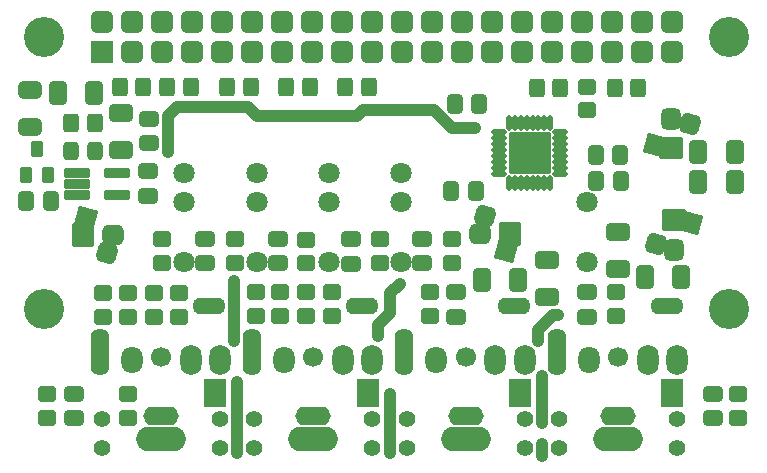
<source format=gbs>
%TF.GenerationSoftware,KiCad,Pcbnew,7.0.9-7.0.9~ubuntu22.04.1*%
%TF.CreationDate,2023-12-11T10:38:12-03:00*%
%TF.ProjectId,WM_RB-HAT,574d5f52-422d-4484-9154-2e6b69636164,rev?*%
%TF.SameCoordinates,Original*%
%TF.FileFunction,Soldermask,Bot*%
%TF.FilePolarity,Negative*%
%FSLAX46Y46*%
G04 Gerber Fmt 4.6, Leading zero omitted, Abs format (unit mm)*
G04 Created by KiCad (PCBNEW 7.0.9-7.0.9~ubuntu22.04.1) date 2023-12-11 10:38:12*
%MOMM*%
%LPD*%
G01*
G04 APERTURE LIST*
G04 Aperture macros list*
%AMRoundRect*
0 Rectangle with rounded corners*
0 $1 Rounding radius*
0 $2 $3 $4 $5 $6 $7 $8 $9 X,Y pos of 4 corners*
0 Add a 4 corners polygon primitive as box body*
4,1,4,$2,$3,$4,$5,$6,$7,$8,$9,$2,$3,0*
0 Add four circle primitives for the rounded corners*
1,1,$1+$1,$2,$3*
1,1,$1+$1,$4,$5*
1,1,$1+$1,$6,$7*
1,1,$1+$1,$8,$9*
0 Add four rect primitives between the rounded corners*
20,1,$1+$1,$2,$3,$4,$5,0*
20,1,$1+$1,$4,$5,$6,$7,0*
20,1,$1+$1,$6,$7,$8,$9,0*
20,1,$1+$1,$8,$9,$2,$3,0*%
%AMFreePoly0*
4,1,37,0.507011,0.223078,0.530929,0.218320,0.566975,0.203389,0.587251,0.189841,0.614841,0.162251,0.628389,0.141975,0.643320,0.105929,0.648078,0.082011,0.650000,0.062500,0.650000,-0.012500,0.630902,-0.071279,0.620711,-0.083211,0.508211,-0.195711,0.453143,-0.223769,0.437500,-0.225000,-0.487500,-0.225000,-0.507011,-0.223078,-0.530929,-0.218320,-0.566975,-0.203389,-0.587251,-0.189841,
-0.614841,-0.162251,-0.628389,-0.141975,-0.643320,-0.105929,-0.648078,-0.082011,-0.650000,-0.062500,-0.650000,0.062500,-0.648078,0.082011,-0.643320,0.105929,-0.628389,0.141975,-0.614841,0.162251,-0.587251,0.189841,-0.566975,0.203389,-0.530929,0.218320,-0.507011,0.223078,-0.487500,0.225000,0.487500,0.225000,0.507011,0.223078,0.507011,0.223078,$1*%
%AMFreePoly1*
4,1,37,0.496279,0.205902,0.508211,0.195711,0.620711,0.083211,0.648769,0.028143,0.650000,0.012500,0.650000,-0.062500,0.648078,-0.082011,0.643320,-0.105929,0.628389,-0.141975,0.614841,-0.162251,0.587251,-0.189841,0.566975,-0.203389,0.530929,-0.218320,0.507011,-0.223078,0.487500,-0.225000,-0.487500,-0.225000,-0.507011,-0.223078,-0.530929,-0.218320,-0.566975,-0.203389,-0.587251,-0.189841,
-0.614841,-0.162251,-0.628389,-0.141975,-0.643320,-0.105929,-0.648078,-0.082011,-0.650000,-0.062500,-0.650000,0.062500,-0.648078,0.082011,-0.643320,0.105929,-0.628389,0.141975,-0.614841,0.162251,-0.587251,0.189841,-0.566975,0.203389,-0.530929,0.218320,-0.507011,0.223078,-0.487500,0.225000,0.437500,0.225000,0.496279,0.205902,0.496279,0.205902,$1*%
%AMFreePoly2*
4,1,37,0.082011,0.648078,0.105929,0.643320,0.141975,0.628389,0.162251,0.614841,0.189841,0.587251,0.203389,0.566975,0.218320,0.530929,0.223078,0.507011,0.225000,0.487500,0.225000,-0.487500,0.223078,-0.507011,0.218320,-0.530929,0.203389,-0.566975,0.189841,-0.587251,0.162251,-0.614841,0.141975,-0.628389,0.105929,-0.643320,0.082011,-0.648078,0.062500,-0.650000,-0.012500,-0.650000,
-0.071279,-0.630902,-0.083211,-0.620711,-0.195711,-0.508211,-0.223769,-0.453143,-0.225000,-0.437500,-0.225000,0.487500,-0.223078,0.507011,-0.218320,0.530929,-0.203389,0.566975,-0.189841,0.587251,-0.162251,0.614841,-0.141975,0.628389,-0.105929,0.643320,-0.082011,0.648078,-0.062500,0.650000,0.062500,0.650000,0.082011,0.648078,0.082011,0.648078,$1*%
%AMFreePoly3*
4,1,37,0.082011,0.648078,0.105929,0.643320,0.141975,0.628389,0.162251,0.614841,0.189841,0.587251,0.203389,0.566975,0.218320,0.530929,0.223078,0.507011,0.225000,0.487500,0.225000,-0.437500,0.205902,-0.496279,0.195711,-0.508211,0.083211,-0.620711,0.028143,-0.648769,0.012500,-0.650000,-0.062500,-0.650000,-0.082011,-0.648078,-0.105929,-0.643320,-0.141975,-0.628389,-0.162251,-0.614841,
-0.189841,-0.587251,-0.203389,-0.566975,-0.218320,-0.530929,-0.223078,-0.507011,-0.225000,-0.487500,-0.225000,0.487500,-0.223078,0.507011,-0.218320,0.530929,-0.203389,0.566975,-0.189841,0.587251,-0.162251,0.614841,-0.141975,0.628389,-0.105929,0.643320,-0.082011,0.648078,-0.062500,0.650000,0.062500,0.650000,0.082011,0.648078,0.082011,0.648078,$1*%
%AMFreePoly4*
4,1,37,0.507011,0.223078,0.530929,0.218320,0.566975,0.203389,0.587251,0.189841,0.614841,0.162251,0.628389,0.141975,0.643320,0.105929,0.648078,0.082011,0.650000,0.062500,0.650000,-0.062500,0.648078,-0.082011,0.643320,-0.105929,0.628389,-0.141975,0.614841,-0.162251,0.587251,-0.189841,0.566975,-0.203389,0.530929,-0.218320,0.507011,-0.223078,0.487500,-0.225000,-0.487500,-0.225000,
-0.507011,-0.223078,-0.530929,-0.218320,-0.566975,-0.203389,-0.587251,-0.189841,-0.614841,-0.162251,-0.628389,-0.141975,-0.643320,-0.105929,-0.648078,-0.082011,-0.650000,-0.062500,-0.650000,0.012500,-0.630902,0.071279,-0.620711,0.083211,-0.508211,0.195711,-0.453143,0.223769,-0.437500,0.225000,0.487500,0.225000,0.507011,0.223078,0.507011,0.223078,$1*%
%AMFreePoly5*
4,1,37,0.507011,0.223078,0.530929,0.218320,0.566975,0.203389,0.587251,0.189841,0.614841,0.162251,0.628389,0.141975,0.643320,0.105929,0.648078,0.082011,0.650000,0.062500,0.650000,-0.062500,0.648078,-0.082011,0.643320,-0.105929,0.628389,-0.141975,0.614841,-0.162251,0.587251,-0.189841,0.566975,-0.203389,0.530929,-0.218320,0.507011,-0.223078,0.487500,-0.225000,-0.437500,-0.225000,
-0.496279,-0.205902,-0.508211,-0.195711,-0.620711,-0.083211,-0.648769,-0.028143,-0.650000,-0.012500,-0.650000,0.062500,-0.648078,0.082011,-0.643320,0.105929,-0.628389,0.141975,-0.614841,0.162251,-0.587251,0.189841,-0.566975,0.203389,-0.530929,0.218320,-0.507011,0.223078,-0.487500,0.225000,0.487500,0.225000,0.507011,0.223078,0.507011,0.223078,$1*%
%AMFreePoly6*
4,1,37,0.071279,0.630902,0.083211,0.620711,0.195711,0.508211,0.223769,0.453143,0.225000,0.437500,0.225000,-0.487500,0.223078,-0.507011,0.218320,-0.530929,0.203389,-0.566975,0.189841,-0.587251,0.162251,-0.614841,0.141975,-0.628389,0.105929,-0.643320,0.082011,-0.648078,0.062500,-0.650000,-0.062500,-0.650000,-0.082011,-0.648078,-0.105929,-0.643320,-0.141975,-0.628389,-0.162251,-0.614841,
-0.189841,-0.587251,-0.203389,-0.566975,-0.218320,-0.530929,-0.223078,-0.507011,-0.225000,-0.487500,-0.225000,0.487500,-0.223078,0.507011,-0.218320,0.530929,-0.203389,0.566975,-0.189841,0.587251,-0.162251,0.614841,-0.141975,0.628389,-0.105929,0.643320,-0.082011,0.648078,-0.062500,0.650000,0.012500,0.650000,0.071279,0.630902,0.071279,0.630902,$1*%
%AMFreePoly7*
4,1,37,0.082011,0.648078,0.105929,0.643320,0.141975,0.628389,0.162251,0.614841,0.189841,0.587251,0.203389,0.566975,0.218320,0.530929,0.223078,0.507011,0.225000,0.487500,0.225000,-0.487500,0.223078,-0.507011,0.218320,-0.530929,0.203389,-0.566975,0.189841,-0.587251,0.162251,-0.614841,0.141975,-0.628389,0.105929,-0.643320,0.082011,-0.648078,0.062500,-0.650000,-0.062500,-0.650000,
-0.082011,-0.648078,-0.105929,-0.643320,-0.141975,-0.628389,-0.162251,-0.614841,-0.189841,-0.587251,-0.203389,-0.566975,-0.218320,-0.530929,-0.223078,-0.507011,-0.225000,-0.487500,-0.225000,0.437500,-0.205902,0.496279,-0.195711,0.508211,-0.083211,0.620711,-0.028143,0.648769,-0.012500,0.650000,0.062500,0.650000,0.082011,0.648078,0.082011,0.648078,$1*%
G04 Aperture macros list end*
%ADD10C,1.000000*%
%ADD11C,1.400000*%
%ADD12C,1.700000*%
%ADD13O,1.600000X4.000000*%
%ADD14O,1.800000X2.300000*%
%ADD15O,3.000000X1.600000*%
%ADD16O,4.200000X2.100000*%
%ADD17RoundRect,0.100000X0.850000X-1.100000X0.850000X1.100000X-0.850000X1.100000X-0.850000X-1.100000X0*%
%ADD18O,1.800000X2.600000*%
%ADD19O,2.800000X1.400000*%
%ADD20C,1.800000*%
%ADD21C,3.400000*%
%ADD22RoundRect,0.100000X0.800000X0.900000X-0.800000X0.900000X-0.800000X-0.900000X0.800000X-0.900000X0*%
%ADD23RoundRect,0.100000X0.918559X0.530330X-0.530330X0.918559X-0.918559X-0.530330X0.530330X-0.918559X0*%
%ADD24RoundRect,0.475000X0.459279X0.265165X-0.265165X0.459279X-0.459279X-0.265165X0.265165X-0.459279X0*%
%ADD25RoundRect,0.475000X0.425000X0.375000X-0.425000X0.375000X-0.425000X-0.375000X0.425000X-0.375000X0*%
%ADD26RoundRect,0.100000X0.900000X-0.800000X0.900000X0.800000X-0.900000X0.800000X-0.900000X-0.800000X0*%
%ADD27RoundRect,0.100000X0.530330X-0.918559X0.918559X0.530330X-0.530330X0.918559X-0.918559X-0.530330X0*%
%ADD28RoundRect,0.475000X0.265165X-0.459279X0.459279X0.265165X-0.265165X0.459279X-0.459279X-0.265165X0*%
%ADD29RoundRect,0.475000X0.375000X-0.425000X0.375000X0.425000X-0.375000X0.425000X-0.375000X-0.425000X0*%
%ADD30RoundRect,0.100000X-0.900000X0.800000X-0.900000X-0.800000X0.900000X-0.800000X0.900000X0.800000X0*%
%ADD31RoundRect,0.100000X-0.530330X0.918559X-0.918559X-0.530330X0.530330X-0.918559X0.918559X0.530330X0*%
%ADD32RoundRect,0.475000X-0.265165X0.459279X-0.459279X-0.265165X0.265165X-0.459279X0.459279X0.265165X0*%
%ADD33RoundRect,0.475000X-0.375000X0.425000X-0.375000X-0.425000X0.375000X-0.425000X0.375000X0.425000X0*%
%ADD34RoundRect,0.100000X-0.800000X-0.900000X0.800000X-0.900000X0.800000X0.900000X-0.800000X0.900000X0*%
%ADD35RoundRect,0.100000X-0.918559X-0.530330X0.530330X-0.918559X0.918559X0.530330X-0.530330X0.918559X0*%
%ADD36RoundRect,0.475000X-0.459279X-0.265165X0.265165X-0.459279X0.459279X0.265165X-0.265165X0.459279X0*%
%ADD37RoundRect,0.475000X-0.425000X-0.375000X0.425000X-0.375000X0.425000X0.375000X-0.425000X0.375000X0*%
%ADD38RoundRect,0.100000X-0.850000X0.850000X-0.850000X-0.850000X0.850000X-0.850000X0.850000X0.850000X0*%
%ADD39RoundRect,0.525000X-0.425000X0.425000X-0.425000X-0.425000X0.425000X-0.425000X0.425000X0.425000X0*%
%ADD40RoundRect,0.350000X0.350000X0.450000X-0.350000X0.450000X-0.350000X-0.450000X0.350000X-0.450000X0*%
%ADD41RoundRect,0.350000X-0.350000X-0.450000X0.350000X-0.450000X0.350000X0.450000X-0.350000X0.450000X0*%
%ADD42RoundRect,0.350000X0.450000X-0.350000X0.450000X0.350000X-0.450000X0.350000X-0.450000X-0.350000X0*%
%ADD43RoundRect,0.350000X0.475000X-0.337500X0.475000X0.337500X-0.475000X0.337500X-0.475000X-0.337500X0*%
%ADD44RoundRect,0.350000X0.337500X0.475000X-0.337500X0.475000X-0.337500X-0.475000X0.337500X-0.475000X0*%
%ADD45FreePoly0,0.000000*%
%ADD46RoundRect,0.162500X-0.487500X-0.062500X0.487500X-0.062500X0.487500X0.062500X-0.487500X0.062500X0*%
%ADD47FreePoly1,0.000000*%
%ADD48FreePoly2,0.000000*%
%ADD49RoundRect,0.162500X-0.062500X-0.487500X0.062500X-0.487500X0.062500X0.487500X-0.062500X0.487500X0*%
%ADD50FreePoly3,0.000000*%
%ADD51FreePoly4,0.000000*%
%ADD52FreePoly5,0.000000*%
%ADD53FreePoly6,0.000000*%
%ADD54FreePoly7,0.000000*%
%ADD55C,1.100000*%
%ADD56RoundRect,0.100000X-1.650000X-1.650000X1.650000X-1.650000X1.650000X1.650000X-1.650000X1.650000X0*%
%ADD57RoundRect,0.350000X-0.337500X-0.475000X0.337500X-0.475000X0.337500X0.475000X-0.337500X0.475000X0*%
%ADD58RoundRect,0.350000X0.625000X-0.400000X0.625000X0.400000X-0.625000X0.400000X-0.625000X-0.400000X0*%
%ADD59RoundRect,0.350000X-0.650000X0.412500X-0.650000X-0.412500X0.650000X-0.412500X0.650000X0.412500X0*%
%ADD60RoundRect,0.350000X-0.450000X0.350000X-0.450000X-0.350000X0.450000X-0.350000X0.450000X0.350000X0*%
%ADD61RoundRect,0.350000X0.450000X-0.325000X0.450000X0.325000X-0.450000X0.325000X-0.450000X-0.325000X0*%
%ADD62RoundRect,0.350000X-0.412500X-0.650000X0.412500X-0.650000X0.412500X0.650000X-0.412500X0.650000X0*%
%ADD63RoundRect,0.350000X-0.475000X0.337500X-0.475000X-0.337500X0.475000X-0.337500X0.475000X0.337500X0*%
%ADD64RoundRect,0.350000X0.412500X0.650000X-0.412500X0.650000X-0.412500X-0.650000X0.412500X-0.650000X0*%
%ADD65RoundRect,0.350000X0.325000X0.450000X-0.325000X0.450000X-0.325000X-0.450000X0.325000X-0.450000X0*%
%ADD66RoundRect,0.350000X0.650000X-0.412500X0.650000X0.412500X-0.650000X0.412500X-0.650000X-0.412500X0*%
%ADD67RoundRect,0.100000X-1.000000X-0.325000X1.000000X-0.325000X1.000000X0.325000X-1.000000X0.325000X0*%
%ADD68RoundRect,0.100000X0.400000X-0.550000X0.400000X0.550000X-0.400000X0.550000X-0.400000X-0.550000X0*%
G04 APERTURE END LIST*
D10*
X92500000Y-74000000D02*
X92500000Y-71000000D01*
X98100000Y-90000000D02*
X98100000Y-84950000D01*
X108500000Y-71000000D02*
X109000000Y-70500000D01*
X92500000Y-71000000D02*
X93250000Y-70250000D01*
X123800000Y-89100000D02*
X123800000Y-90000000D01*
X115000000Y-70500000D02*
X116500000Y-72000000D01*
X98350000Y-99500000D02*
X98350000Y-93500000D01*
X93250000Y-70250000D02*
X99250000Y-70250000D01*
X112100000Y-85200000D02*
X111300000Y-86000000D01*
X100000000Y-71000000D02*
X108500000Y-71000000D01*
X99250000Y-70250000D02*
X100000000Y-71000000D01*
X124150000Y-93000000D02*
X124150000Y-97000000D01*
X111250000Y-99500000D02*
X111250000Y-94500000D01*
X125500000Y-87800000D02*
X125100000Y-87800000D01*
X111300000Y-87700000D02*
X110300000Y-88700000D01*
X124150000Y-98750000D02*
X124150000Y-99750000D01*
X116500000Y-72000000D02*
X118500000Y-72000000D01*
X111300000Y-86000000D02*
X111300000Y-87700000D01*
X109000000Y-70500000D02*
X115000000Y-70500000D01*
X125100000Y-87800000D02*
X123800000Y-89100000D01*
X110300000Y-88700000D02*
X110300000Y-89600000D01*
D11*
%TO.C,J2*%
X125600000Y-96600000D03*
X125600000Y-99100000D03*
D12*
X130600000Y-91400000D03*
D11*
X135600000Y-96600000D03*
X135600000Y-99100000D03*
D13*
X125400000Y-91000000D03*
D14*
X128100000Y-91600000D03*
D15*
X130600000Y-96400000D03*
D16*
X130600000Y-98300000D03*
D17*
X135200000Y-94400000D03*
D18*
X135600000Y-91600000D03*
X133100000Y-91600000D03*
D19*
X134700000Y-87100000D03*
%TD*%
D11*
%TO.C,J1*%
X86900000Y-96600000D03*
X86900000Y-99100000D03*
D12*
X91900000Y-91400000D03*
D11*
X96900000Y-96600000D03*
X96900000Y-99100000D03*
D13*
X86700000Y-91000000D03*
D14*
X89400000Y-91600000D03*
D15*
X91900000Y-96400000D03*
D16*
X91900000Y-98300000D03*
D17*
X96500000Y-94400000D03*
D18*
X96900000Y-91600000D03*
X94400000Y-91600000D03*
D19*
X96000000Y-87100000D03*
%TD*%
D20*
%TO.C,C37*%
X100000000Y-83300000D03*
X100000000Y-78300000D03*
X100000000Y-75800000D03*
%TD*%
D21*
%TO.C,H5*%
X82000000Y-87300000D03*
%TD*%
%TO.C,H1*%
X82000000Y-64300000D03*
%TD*%
D20*
%TO.C,C38*%
X106100000Y-83300000D03*
X106100000Y-78300000D03*
X106100000Y-75800000D03*
%TD*%
D22*
%TO.C,CP4*%
X121402651Y-81000000D03*
D23*
X121136494Y-82420264D03*
D24*
X119363324Y-79419756D03*
D25*
X118902651Y-81000000D03*
%TD*%
D11*
%TO.C,J5*%
X112700000Y-96600000D03*
X112700000Y-99100000D03*
D12*
X117700000Y-91400000D03*
D11*
X122700000Y-96600000D03*
X122700000Y-99100000D03*
D13*
X112500000Y-91000000D03*
D14*
X115200000Y-91600000D03*
D15*
X117700000Y-96400000D03*
D16*
X117700000Y-98300000D03*
D17*
X122300000Y-94400000D03*
D18*
X122700000Y-91600000D03*
X120200000Y-91600000D03*
D19*
X121800000Y-87100000D03*
%TD*%
D20*
%TO.C,C19*%
X112200000Y-83300000D03*
X112200000Y-78300000D03*
X112200000Y-75800000D03*
%TD*%
D26*
%TO.C,CP2*%
X135100000Y-73700000D03*
D27*
X133679736Y-73433843D03*
D28*
X136680244Y-71660673D03*
D29*
X135100000Y-71200000D03*
%TD*%
D20*
%TO.C,C36*%
X128000000Y-78300000D03*
X128000000Y-83300000D03*
%TD*%
D30*
%TO.C,CP1*%
X135350000Y-79800000D03*
D31*
X136770264Y-80066157D03*
D32*
X133769756Y-81839327D03*
D33*
X135350000Y-82300000D03*
%TD*%
D21*
%TO.C,H6*%
X140000000Y-87300000D03*
%TD*%
%TO.C,H2*%
X140000000Y-64300000D03*
%TD*%
D20*
%TO.C,C18*%
X93850000Y-83300000D03*
X93850000Y-78300000D03*
X93850000Y-75800000D03*
%TD*%
D34*
%TO.C,CP3*%
X85300000Y-81019756D03*
D35*
X85566157Y-79599492D03*
D36*
X87339327Y-82600000D03*
D37*
X87800000Y-81019756D03*
%TD*%
D11*
%TO.C,J7*%
X99800000Y-96600000D03*
X99800000Y-99100000D03*
D12*
X104800000Y-91400000D03*
D11*
X109800000Y-96600000D03*
X109800000Y-99100000D03*
D13*
X99600000Y-91000000D03*
D14*
X102300000Y-91600000D03*
D15*
X104800000Y-96400000D03*
D16*
X104800000Y-98300000D03*
D17*
X109400000Y-94400000D03*
D18*
X109800000Y-91600000D03*
X107300000Y-91600000D03*
D19*
X108900000Y-87100000D03*
%TD*%
D38*
%TO.C,J3*%
X86900000Y-65590000D03*
D39*
X86900000Y-63050000D03*
X89440000Y-65590000D03*
X89440000Y-63050000D03*
X91980000Y-65590000D03*
X91980000Y-63050000D03*
X94520000Y-65590000D03*
X94520000Y-63050000D03*
X97060000Y-65590000D03*
X97060000Y-63050000D03*
X99600000Y-65590000D03*
X99600000Y-63050000D03*
X102140000Y-65590000D03*
X102140000Y-63050000D03*
X104680000Y-65590000D03*
X104680000Y-63050000D03*
X107220000Y-65590000D03*
X107220000Y-63050000D03*
X109760000Y-65590000D03*
X109760000Y-63050000D03*
X112300000Y-65590000D03*
X112300000Y-63050000D03*
X114840000Y-65590000D03*
X114840000Y-63050000D03*
X117380000Y-65590000D03*
X117380000Y-63050000D03*
X119920000Y-65590000D03*
X119920000Y-63050000D03*
X122460000Y-65590000D03*
X122460000Y-63050000D03*
X125000000Y-65590000D03*
X125000000Y-63050000D03*
X127540000Y-65590000D03*
X127540000Y-63050000D03*
X130080000Y-65590000D03*
X130080000Y-63050000D03*
X132620000Y-65590000D03*
X132620000Y-63050000D03*
X135160000Y-65590000D03*
X135160000Y-63050000D03*
%TD*%
D40*
%TO.C,R2*%
X104500000Y-68500000D03*
X102500000Y-68500000D03*
%TD*%
D41*
%TO.C,R3*%
X130300000Y-68600000D03*
X132300000Y-68600000D03*
%TD*%
%TO.C,R4*%
X123700000Y-68600000D03*
X125700000Y-68600000D03*
%TD*%
D42*
%TO.C,R5*%
X128000000Y-70500000D03*
X128000000Y-68500000D03*
%TD*%
D43*
%TO.C,C2*%
X84500000Y-96557500D03*
X84500000Y-94482500D03*
%TD*%
D44*
%TO.C,C3*%
X118837500Y-70000000D03*
X116762500Y-70000000D03*
%TD*%
%TO.C,C5*%
X118537500Y-77300000D03*
X116462500Y-77300000D03*
%TD*%
%TO.C,C7*%
X130825000Y-76500000D03*
X128750000Y-76500000D03*
%TD*%
D45*
%TO.C,U1*%
X120550000Y-75850000D03*
D46*
X120550000Y-75350000D03*
X120550000Y-74850000D03*
X120550000Y-74350000D03*
X120550000Y-73850000D03*
X120550000Y-73350000D03*
X120550000Y-72850000D03*
D47*
X120550000Y-72350000D03*
D48*
X121350000Y-71550000D03*
D49*
X121850000Y-71550000D03*
X122350000Y-71550000D03*
X122850000Y-71550000D03*
X123350000Y-71550000D03*
X123850000Y-71550000D03*
X124350000Y-71550000D03*
D50*
X124850000Y-71550000D03*
D51*
X125650000Y-72350000D03*
D46*
X125650000Y-72850000D03*
X125650000Y-73350000D03*
X125650000Y-73850000D03*
X125650000Y-74350000D03*
X125650000Y-74850000D03*
X125650000Y-75350000D03*
D52*
X125650000Y-75850000D03*
D53*
X124850000Y-76650000D03*
D49*
X124350000Y-76650000D03*
X123850000Y-76650000D03*
X123350000Y-76650000D03*
X122850000Y-76650000D03*
X122350000Y-76650000D03*
X121850000Y-76650000D03*
D54*
X121350000Y-76650000D03*
D55*
X122100000Y-73100000D03*
X122100000Y-74100000D03*
X122100000Y-75100000D03*
X123100000Y-73100000D03*
X123100000Y-74100000D03*
D56*
X123100000Y-74100000D03*
D55*
X123100000Y-75100000D03*
X124100000Y-73100000D03*
X124100000Y-74100000D03*
X124100000Y-75100000D03*
%TD*%
D57*
%TO.C,C8*%
X128712500Y-74250000D03*
X130787500Y-74250000D03*
%TD*%
D43*
%TO.C,C12*%
X90900000Y-73300000D03*
X90900000Y-71225000D03*
%TD*%
D44*
%TO.C,C32*%
X82575000Y-78200000D03*
X80500000Y-78200000D03*
%TD*%
D58*
%TO.C,R11*%
X80800000Y-71900000D03*
X80800000Y-68800000D03*
%TD*%
D59*
%TO.C,C13*%
X124600000Y-83137500D03*
X124600000Y-86262500D03*
%TD*%
D43*
%TO.C,C31*%
X90790000Y-77737500D03*
X90790000Y-75662500D03*
%TD*%
D60*
%TO.C,R24*%
X116500000Y-81400000D03*
X116500000Y-83400000D03*
%TD*%
D61*
%TO.C,FB1*%
X87000000Y-88000000D03*
X87000000Y-85950000D03*
%TD*%
D62*
%TO.C,C35*%
X83137500Y-69000000D03*
X86262500Y-69000000D03*
%TD*%
D43*
%TO.C,C29*%
X138600000Y-96557500D03*
X138600000Y-94482500D03*
%TD*%
D60*
%TO.C,R30*%
X104200000Y-81437500D03*
X104200000Y-83437500D03*
%TD*%
D40*
%TO.C,R13*%
X94400000Y-68500000D03*
X92400000Y-68500000D03*
%TD*%
D60*
%TO.C,R9*%
X89100000Y-86000000D03*
X89100000Y-88000000D03*
%TD*%
D41*
%TO.C,R26*%
X97500000Y-68500000D03*
X99500000Y-68500000D03*
%TD*%
D43*
%TO.C,C30*%
X128000000Y-87967500D03*
X128000000Y-85892500D03*
%TD*%
D63*
%TO.C,C21*%
X95600000Y-81362500D03*
X95600000Y-83437500D03*
%TD*%
D62*
%TO.C,C11*%
X119037500Y-84900000D03*
X122162500Y-84900000D03*
%TD*%
D61*
%TO.C,FB2*%
X104200000Y-87900000D03*
X104200000Y-85850000D03*
%TD*%
D64*
%TO.C,C16*%
X135962500Y-84600000D03*
X132837500Y-84600000D03*
%TD*%
D42*
%TO.C,R25*%
X89100000Y-96550000D03*
X89100000Y-94550000D03*
%TD*%
D60*
%TO.C,R28*%
X93400000Y-86000000D03*
X93400000Y-88000000D03*
%TD*%
%TO.C,R7*%
X110400000Y-81400000D03*
X110400000Y-83400000D03*
%TD*%
D42*
%TO.C,R23*%
X130400000Y-87900000D03*
X130400000Y-85900000D03*
%TD*%
D59*
%TO.C,C17*%
X130550000Y-80787500D03*
X130550000Y-83912500D03*
%TD*%
D63*
%TO.C,C33*%
X101800000Y-81362500D03*
X101800000Y-83437500D03*
%TD*%
D43*
%TO.C,C9*%
X116900000Y-87967500D03*
X116900000Y-85892500D03*
%TD*%
D42*
%TO.C,R6*%
X114700000Y-87900000D03*
X114700000Y-85900000D03*
%TD*%
D62*
%TO.C,C15*%
X137387500Y-76550000D03*
X140512500Y-76550000D03*
%TD*%
D40*
%TO.C,R14*%
X90400000Y-68500000D03*
X88400000Y-68500000D03*
%TD*%
D60*
%TO.C,R29*%
X102000000Y-85900000D03*
X102000000Y-87900000D03*
%TD*%
D61*
%TO.C,FB7*%
X91300000Y-88025000D03*
X91300000Y-85975000D03*
%TD*%
D60*
%TO.C,R31*%
X98200000Y-81400000D03*
X98200000Y-83400000D03*
%TD*%
D65*
%TO.C,FB3*%
X86325000Y-73900000D03*
X84275000Y-73900000D03*
%TD*%
D66*
%TO.C,C22*%
X88550000Y-73862500D03*
X88550000Y-70737500D03*
%TD*%
D60*
%TO.C,R10*%
X106400000Y-85900000D03*
X106400000Y-87900000D03*
%TD*%
%TO.C,R8*%
X92000000Y-81400000D03*
X92000000Y-83400000D03*
%TD*%
D61*
%TO.C,FB6*%
X99900000Y-87925000D03*
X99900000Y-85875000D03*
%TD*%
D63*
%TO.C,C20*%
X114000000Y-81362500D03*
X114000000Y-83437500D03*
%TD*%
D40*
%TO.C,R27*%
X109500000Y-68500000D03*
X107500000Y-68500000D03*
%TD*%
D67*
%TO.C,U4*%
X84790000Y-77700000D03*
X84790000Y-76750000D03*
X84790000Y-75800000D03*
X88210000Y-75800000D03*
X88210000Y-77700000D03*
%TD*%
D42*
%TO.C,R22*%
X140750000Y-96550000D03*
X140750000Y-94550000D03*
%TD*%
D68*
%TO.C,Q1*%
X82350000Y-76000000D03*
X80450000Y-76000000D03*
X81400000Y-73800000D03*
%TD*%
D40*
%TO.C,R12*%
X86300000Y-71600000D03*
X84300000Y-71600000D03*
%TD*%
D42*
%TO.C,R15*%
X82250000Y-96550000D03*
X82250000Y-94550000D03*
%TD*%
D63*
%TO.C,C34*%
X108000000Y-81400000D03*
X108000000Y-83475000D03*
%TD*%
D62*
%TO.C,C14*%
X137387500Y-74050000D03*
X140512500Y-74050000D03*
%TD*%
M02*

</source>
